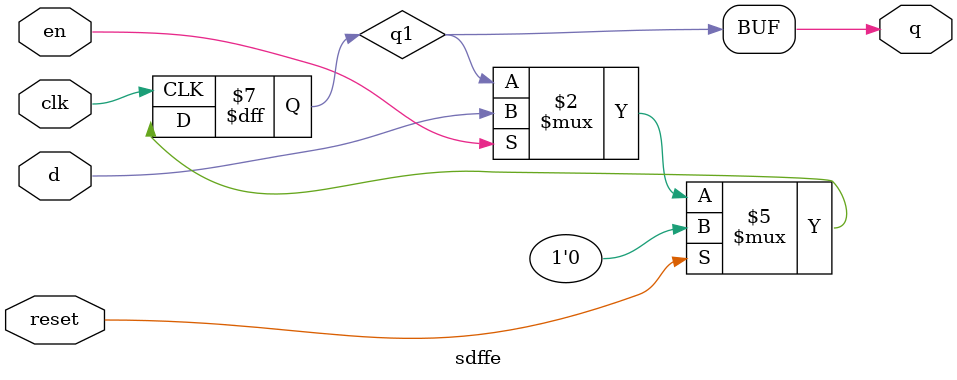
<source format=v>

module sdffe
(
input clk,
input d,
input reset,
input en,
output q
);

reg q1;

always @(posedge clk) begin
    if (reset) q1 <= 1'b0;
    else if (en) q1 <= d;
end

assign q = q1;

endmodule
</source>
